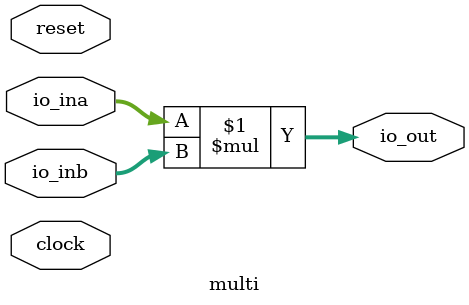
<source format=v>
module multi(
  input        clock,
  input        reset,
  input  [3:0] io_ina,
  input  [3:0] io_inb,
  output [7:0] io_out
);
  assign io_out = io_ina * io_inb; // @[multi.scala 16:17]
endmodule

</source>
